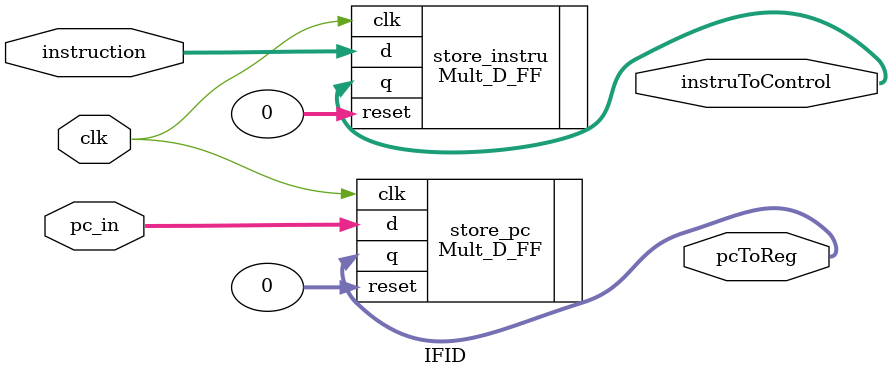
<source format=sv>
module IFID(clk, instruction, pc_in, pcToReg, instruToControl);
	input logic [63:0] pc_in;
	input logic [31:0] instruction;
	input logic clk;
	output logic [63:0] pcToReg;
	output logic [31:0] instruToControl;
	
	Mult_D_FF#(32) store_instru  (.q(instruToControl), .d(instruction), .reset(0), .clk);
	Mult_D_FF#(64) store_pc  (.q(pcToReg), .d(pc_in), .reset(0), .clk);	
						
		
endmodule
</source>
